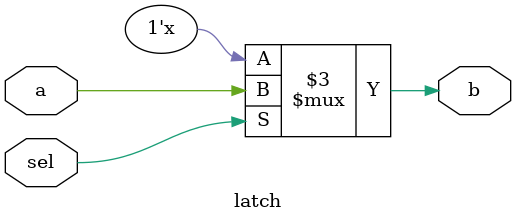
<source format=sv>
module latch(
  input  logic a  ,
  input  logic sel,
  output logic b
);
  always_comb
    case (sel)
      1'b1   : b = a;
     // default: b = 0;
    endcase

endmodule
</source>
